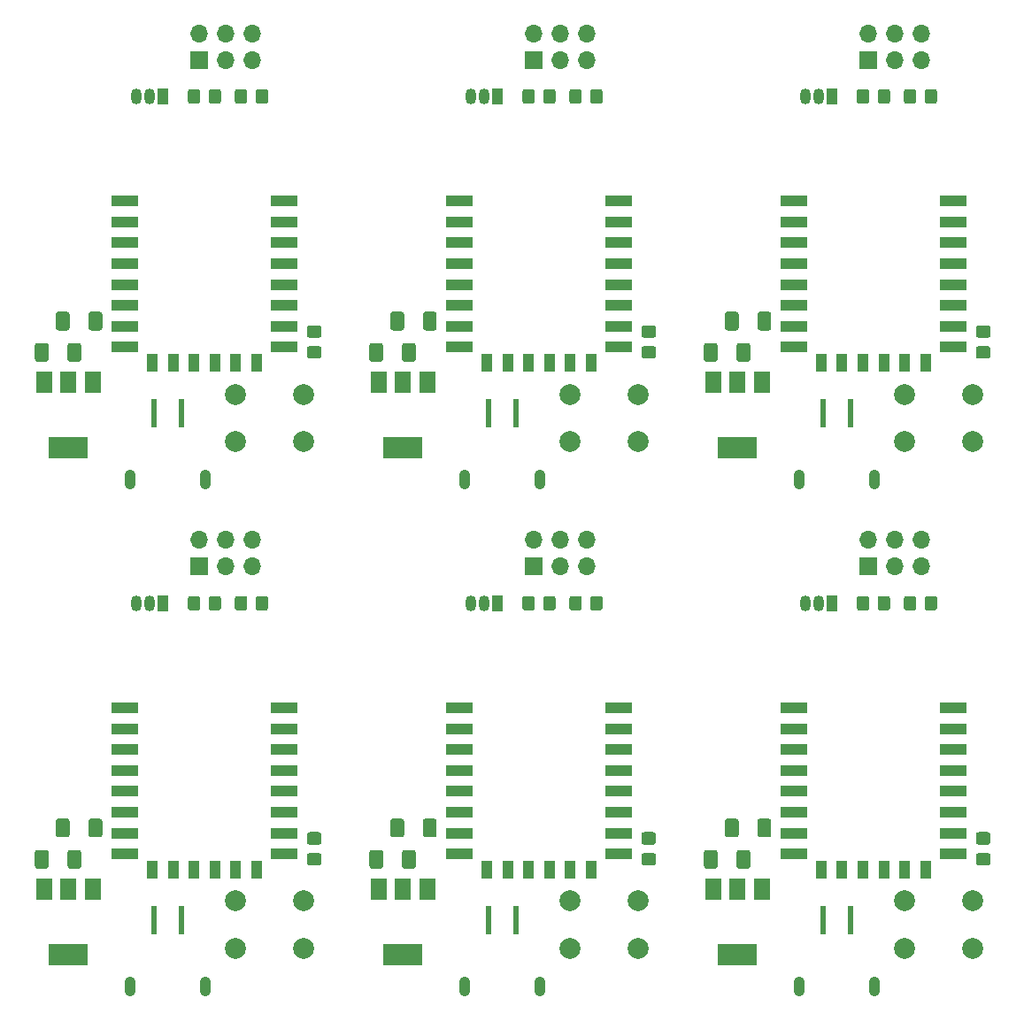
<source format=gbr>
G04 #@! TF.GenerationSoftware,KiCad,Pcbnew,(5.1.9)-1*
G04 #@! TF.CreationDate,2021-03-20T12:11:53+01:00*
G04 #@! TF.ProjectId,IM350,494d3335-302e-46b6-9963-61645f706362,rev?*
G04 #@! TF.SameCoordinates,Original*
G04 #@! TF.FileFunction,Soldermask,Top*
G04 #@! TF.FilePolarity,Negative*
%FSLAX46Y46*%
G04 Gerber Fmt 4.6, Leading zero omitted, Abs format (unit mm)*
G04 Created by KiCad (PCBNEW (5.1.9)-1) date 2021-03-20 12:11:53*
%MOMM*%
%LPD*%
G01*
G04 APERTURE LIST*
%ADD10O,1.700000X1.700000*%
%ADD11R,1.700000X1.700000*%
%ADD12C,2.000000*%
%ADD13R,1.050000X1.500000*%
%ADD14O,1.050000X1.500000*%
%ADD15R,0.600000X2.800000*%
%ADD16O,1.050000X1.900000*%
%ADD17R,1.500000X2.000000*%
%ADD18R,3.800000X2.000000*%
%ADD19R,2.500000X1.000000*%
%ADD20R,1.000000X1.800000*%
G04 APERTURE END LIST*
D10*
X75040000Y-41460000D03*
X75040000Y-44000000D03*
X72500000Y-41460000D03*
X72500000Y-44000000D03*
X69960000Y-41460000D03*
D11*
X69960000Y-44000000D03*
D10*
X75040000Y-89960000D03*
X75040000Y-92500000D03*
X72500000Y-89960000D03*
X72500000Y-92500000D03*
X69960000Y-89960000D03*
D11*
X69960000Y-92500000D03*
D10*
X107040000Y-89960000D03*
X107040000Y-92500000D03*
X104500000Y-89960000D03*
X104500000Y-92500000D03*
X101960000Y-89960000D03*
D11*
X101960000Y-92500000D03*
D10*
X107040000Y-41460000D03*
X107040000Y-44000000D03*
X104500000Y-41460000D03*
X104500000Y-44000000D03*
X101960000Y-41460000D03*
D11*
X101960000Y-44000000D03*
D10*
X139040000Y-41460000D03*
X139040000Y-44000000D03*
X136500000Y-41460000D03*
X136500000Y-44000000D03*
X133960000Y-41460000D03*
D11*
X133960000Y-44000000D03*
D10*
X139040000Y-89960000D03*
X139040000Y-92500000D03*
X136500000Y-89960000D03*
X136500000Y-92500000D03*
X133960000Y-89960000D03*
D11*
X133960000Y-92500000D03*
G36*
G01*
X121600000Y-68349999D02*
X121600000Y-69650001D01*
G75*
G02*
X121350001Y-69900000I-249999J0D01*
G01*
X120524999Y-69900000D01*
G75*
G02*
X120275000Y-69650001I0J249999D01*
G01*
X120275000Y-68349999D01*
G75*
G02*
X120524999Y-68100000I249999J0D01*
G01*
X121350001Y-68100000D01*
G75*
G02*
X121600000Y-68349999I0J-249999D01*
G01*
G37*
G36*
G01*
X124725000Y-68349999D02*
X124725000Y-69650001D01*
G75*
G02*
X124475001Y-69900000I-249999J0D01*
G01*
X123649999Y-69900000D01*
G75*
G02*
X123400000Y-69650001I0J249999D01*
G01*
X123400000Y-68349999D01*
G75*
G02*
X123649999Y-68100000I249999J0D01*
G01*
X124475001Y-68100000D01*
G75*
G02*
X124725000Y-68349999I0J-249999D01*
G01*
G37*
G36*
G01*
X119600000Y-71349999D02*
X119600000Y-72650001D01*
G75*
G02*
X119350001Y-72900000I-249999J0D01*
G01*
X118524999Y-72900000D01*
G75*
G02*
X118275000Y-72650001I0J249999D01*
G01*
X118275000Y-71349999D01*
G75*
G02*
X118524999Y-71100000I249999J0D01*
G01*
X119350001Y-71100000D01*
G75*
G02*
X119600000Y-71349999I0J-249999D01*
G01*
G37*
G36*
G01*
X122725000Y-71349999D02*
X122725000Y-72650001D01*
G75*
G02*
X122475001Y-72900000I-249999J0D01*
G01*
X121649999Y-72900000D01*
G75*
G02*
X121400000Y-72650001I0J249999D01*
G01*
X121400000Y-71349999D01*
G75*
G02*
X121649999Y-71100000I249999J0D01*
G01*
X122475001Y-71100000D01*
G75*
G02*
X122725000Y-71349999I0J-249999D01*
G01*
G37*
G36*
G01*
X145450001Y-121100000D02*
X144549999Y-121100000D01*
G75*
G02*
X144300000Y-120850001I0J249999D01*
G01*
X144300000Y-120149999D01*
G75*
G02*
X144549999Y-119900000I249999J0D01*
G01*
X145450001Y-119900000D01*
G75*
G02*
X145700000Y-120149999I0J-249999D01*
G01*
X145700000Y-120850001D01*
G75*
G02*
X145450001Y-121100000I-249999J0D01*
G01*
G37*
G36*
G01*
X145450001Y-119100000D02*
X144549999Y-119100000D01*
G75*
G02*
X144300000Y-118850001I0J249999D01*
G01*
X144300000Y-118149999D01*
G75*
G02*
X144549999Y-117900000I249999J0D01*
G01*
X145450001Y-117900000D01*
G75*
G02*
X145700000Y-118149999I0J-249999D01*
G01*
X145700000Y-118850001D01*
G75*
G02*
X145450001Y-119100000I-249999J0D01*
G01*
G37*
G36*
G01*
X136100000Y-95549999D02*
X136100000Y-96450001D01*
G75*
G02*
X135850001Y-96700000I-249999J0D01*
G01*
X135149999Y-96700000D01*
G75*
G02*
X134900000Y-96450001I0J249999D01*
G01*
X134900000Y-95549999D01*
G75*
G02*
X135149999Y-95300000I249999J0D01*
G01*
X135850001Y-95300000D01*
G75*
G02*
X136100000Y-95549999I0J-249999D01*
G01*
G37*
G36*
G01*
X134100000Y-95549999D02*
X134100000Y-96450001D01*
G75*
G02*
X133850001Y-96700000I-249999J0D01*
G01*
X133149999Y-96700000D01*
G75*
G02*
X132900000Y-96450001I0J249999D01*
G01*
X132900000Y-95549999D01*
G75*
G02*
X133149999Y-95300000I249999J0D01*
G01*
X133850001Y-95300000D01*
G75*
G02*
X134100000Y-95549999I0J-249999D01*
G01*
G37*
G36*
G01*
X140600000Y-95549999D02*
X140600000Y-96450001D01*
G75*
G02*
X140350001Y-96700000I-249999J0D01*
G01*
X139649999Y-96700000D01*
G75*
G02*
X139400000Y-96450001I0J249999D01*
G01*
X139400000Y-95549999D01*
G75*
G02*
X139649999Y-95300000I249999J0D01*
G01*
X140350001Y-95300000D01*
G75*
G02*
X140600000Y-95549999I0J-249999D01*
G01*
G37*
G36*
G01*
X138600000Y-95549999D02*
X138600000Y-96450001D01*
G75*
G02*
X138350001Y-96700000I-249999J0D01*
G01*
X137649999Y-96700000D01*
G75*
G02*
X137400000Y-96450001I0J249999D01*
G01*
X137400000Y-95549999D01*
G75*
G02*
X137649999Y-95300000I249999J0D01*
G01*
X138350001Y-95300000D01*
G75*
G02*
X138600000Y-95549999I0J-249999D01*
G01*
G37*
D12*
X144000000Y-124500000D03*
X144000000Y-129000000D03*
X137500000Y-124500000D03*
X137500000Y-129000000D03*
D13*
X130500000Y-47500000D03*
D14*
X127960000Y-47500000D03*
X129230000Y-47500000D03*
D15*
X129700000Y-77850000D03*
X132300000Y-77850000D03*
D16*
X127425000Y-84200000D03*
X134575000Y-84200000D03*
D17*
X123800000Y-123350000D03*
X119200000Y-123350000D03*
X121500000Y-123350000D03*
D18*
X121500000Y-129650000D03*
G36*
G01*
X124725000Y-116849999D02*
X124725000Y-118150001D01*
G75*
G02*
X124475001Y-118400000I-249999J0D01*
G01*
X123649999Y-118400000D01*
G75*
G02*
X123400000Y-118150001I0J249999D01*
G01*
X123400000Y-116849999D01*
G75*
G02*
X123649999Y-116600000I249999J0D01*
G01*
X124475001Y-116600000D01*
G75*
G02*
X124725000Y-116849999I0J-249999D01*
G01*
G37*
G36*
G01*
X121600000Y-116849999D02*
X121600000Y-118150001D01*
G75*
G02*
X121350001Y-118400000I-249999J0D01*
G01*
X120524999Y-118400000D01*
G75*
G02*
X120275000Y-118150001I0J249999D01*
G01*
X120275000Y-116849999D01*
G75*
G02*
X120524999Y-116600000I249999J0D01*
G01*
X121350001Y-116600000D01*
G75*
G02*
X121600000Y-116849999I0J-249999D01*
G01*
G37*
D16*
X134575000Y-132700000D03*
X127425000Y-132700000D03*
D15*
X132300000Y-126350000D03*
X129700000Y-126350000D03*
D14*
X129230000Y-96000000D03*
X127960000Y-96000000D03*
D13*
X130500000Y-96000000D03*
G36*
G01*
X134100000Y-47049999D02*
X134100000Y-47950001D01*
G75*
G02*
X133850001Y-48200000I-249999J0D01*
G01*
X133149999Y-48200000D01*
G75*
G02*
X132900000Y-47950001I0J249999D01*
G01*
X132900000Y-47049999D01*
G75*
G02*
X133149999Y-46800000I249999J0D01*
G01*
X133850001Y-46800000D01*
G75*
G02*
X134100000Y-47049999I0J-249999D01*
G01*
G37*
G36*
G01*
X136100000Y-47049999D02*
X136100000Y-47950001D01*
G75*
G02*
X135850001Y-48200000I-249999J0D01*
G01*
X135149999Y-48200000D01*
G75*
G02*
X134900000Y-47950001I0J249999D01*
G01*
X134900000Y-47049999D01*
G75*
G02*
X135149999Y-46800000I249999J0D01*
G01*
X135850001Y-46800000D01*
G75*
G02*
X136100000Y-47049999I0J-249999D01*
G01*
G37*
G36*
G01*
X122725000Y-119849999D02*
X122725000Y-121150001D01*
G75*
G02*
X122475001Y-121400000I-249999J0D01*
G01*
X121649999Y-121400000D01*
G75*
G02*
X121400000Y-121150001I0J249999D01*
G01*
X121400000Y-119849999D01*
G75*
G02*
X121649999Y-119600000I249999J0D01*
G01*
X122475001Y-119600000D01*
G75*
G02*
X122725000Y-119849999I0J-249999D01*
G01*
G37*
G36*
G01*
X119600000Y-119849999D02*
X119600000Y-121150001D01*
G75*
G02*
X119350001Y-121400000I-249999J0D01*
G01*
X118524999Y-121400000D01*
G75*
G02*
X118275000Y-121150001I0J249999D01*
G01*
X118275000Y-119849999D01*
G75*
G02*
X118524999Y-119600000I249999J0D01*
G01*
X119350001Y-119600000D01*
G75*
G02*
X119600000Y-119849999I0J-249999D01*
G01*
G37*
G36*
G01*
X145450001Y-70600000D02*
X144549999Y-70600000D01*
G75*
G02*
X144300000Y-70350001I0J249999D01*
G01*
X144300000Y-69649999D01*
G75*
G02*
X144549999Y-69400000I249999J0D01*
G01*
X145450001Y-69400000D01*
G75*
G02*
X145700000Y-69649999I0J-249999D01*
G01*
X145700000Y-70350001D01*
G75*
G02*
X145450001Y-70600000I-249999J0D01*
G01*
G37*
G36*
G01*
X145450001Y-72600000D02*
X144549999Y-72600000D01*
G75*
G02*
X144300000Y-72350001I0J249999D01*
G01*
X144300000Y-71649999D01*
G75*
G02*
X144549999Y-71400000I249999J0D01*
G01*
X145450001Y-71400000D01*
G75*
G02*
X145700000Y-71649999I0J-249999D01*
G01*
X145700000Y-72350001D01*
G75*
G02*
X145450001Y-72600000I-249999J0D01*
G01*
G37*
D18*
X121500000Y-81150000D03*
D17*
X121500000Y-74850000D03*
X119200000Y-74850000D03*
X123800000Y-74850000D03*
D19*
X126900000Y-57500000D03*
X126900000Y-59500000D03*
X126900000Y-61500000D03*
X126900000Y-63500000D03*
X126900000Y-65500000D03*
X126900000Y-67500000D03*
X126900000Y-69500000D03*
X126900000Y-71500000D03*
D20*
X129500000Y-73000000D03*
X131500000Y-73000000D03*
X133500000Y-73000000D03*
X135500000Y-73000000D03*
X137500000Y-73000000D03*
X139500000Y-73000000D03*
D19*
X142100000Y-71500000D03*
X142100000Y-69500000D03*
X142100000Y-67500000D03*
X142100000Y-65500000D03*
X142100000Y-63500000D03*
X142100000Y-61500000D03*
X142100000Y-59500000D03*
X142100000Y-57500000D03*
D12*
X137500000Y-80500000D03*
X137500000Y-76000000D03*
X144000000Y-80500000D03*
X144000000Y-76000000D03*
D19*
X142100000Y-106000000D03*
X142100000Y-108000000D03*
X142100000Y-110000000D03*
X142100000Y-112000000D03*
X142100000Y-114000000D03*
X142100000Y-116000000D03*
X142100000Y-118000000D03*
X142100000Y-120000000D03*
D20*
X139500000Y-121500000D03*
X137500000Y-121500000D03*
X135500000Y-121500000D03*
X133500000Y-121500000D03*
X131500000Y-121500000D03*
X129500000Y-121500000D03*
D19*
X126900000Y-120000000D03*
X126900000Y-118000000D03*
X126900000Y-116000000D03*
X126900000Y-114000000D03*
X126900000Y-112000000D03*
X126900000Y-110000000D03*
X126900000Y-108000000D03*
X126900000Y-106000000D03*
G36*
G01*
X138600000Y-47049999D02*
X138600000Y-47950001D01*
G75*
G02*
X138350001Y-48200000I-249999J0D01*
G01*
X137649999Y-48200000D01*
G75*
G02*
X137400000Y-47950001I0J249999D01*
G01*
X137400000Y-47049999D01*
G75*
G02*
X137649999Y-46800000I249999J0D01*
G01*
X138350001Y-46800000D01*
G75*
G02*
X138600000Y-47049999I0J-249999D01*
G01*
G37*
G36*
G01*
X140600000Y-47049999D02*
X140600000Y-47950001D01*
G75*
G02*
X140350001Y-48200000I-249999J0D01*
G01*
X139649999Y-48200000D01*
G75*
G02*
X139400000Y-47950001I0J249999D01*
G01*
X139400000Y-47049999D01*
G75*
G02*
X139649999Y-46800000I249999J0D01*
G01*
X140350001Y-46800000D01*
G75*
G02*
X140600000Y-47049999I0J-249999D01*
G01*
G37*
G36*
G01*
X92725000Y-68349999D02*
X92725000Y-69650001D01*
G75*
G02*
X92475001Y-69900000I-249999J0D01*
G01*
X91649999Y-69900000D01*
G75*
G02*
X91400000Y-69650001I0J249999D01*
G01*
X91400000Y-68349999D01*
G75*
G02*
X91649999Y-68100000I249999J0D01*
G01*
X92475001Y-68100000D01*
G75*
G02*
X92725000Y-68349999I0J-249999D01*
G01*
G37*
G36*
G01*
X89600000Y-68349999D02*
X89600000Y-69650001D01*
G75*
G02*
X89350001Y-69900000I-249999J0D01*
G01*
X88524999Y-69900000D01*
G75*
G02*
X88275000Y-69650001I0J249999D01*
G01*
X88275000Y-68349999D01*
G75*
G02*
X88524999Y-68100000I249999J0D01*
G01*
X89350001Y-68100000D01*
G75*
G02*
X89600000Y-68349999I0J-249999D01*
G01*
G37*
G36*
G01*
X90725000Y-71349999D02*
X90725000Y-72650001D01*
G75*
G02*
X90475001Y-72900000I-249999J0D01*
G01*
X89649999Y-72900000D01*
G75*
G02*
X89400000Y-72650001I0J249999D01*
G01*
X89400000Y-71349999D01*
G75*
G02*
X89649999Y-71100000I249999J0D01*
G01*
X90475001Y-71100000D01*
G75*
G02*
X90725000Y-71349999I0J-249999D01*
G01*
G37*
G36*
G01*
X87600000Y-71349999D02*
X87600000Y-72650001D01*
G75*
G02*
X87350001Y-72900000I-249999J0D01*
G01*
X86524999Y-72900000D01*
G75*
G02*
X86275000Y-72650001I0J249999D01*
G01*
X86275000Y-71349999D01*
G75*
G02*
X86524999Y-71100000I249999J0D01*
G01*
X87350001Y-71100000D01*
G75*
G02*
X87600000Y-71349999I0J-249999D01*
G01*
G37*
G36*
G01*
X113450001Y-119100000D02*
X112549999Y-119100000D01*
G75*
G02*
X112300000Y-118850001I0J249999D01*
G01*
X112300000Y-118149999D01*
G75*
G02*
X112549999Y-117900000I249999J0D01*
G01*
X113450001Y-117900000D01*
G75*
G02*
X113700000Y-118149999I0J-249999D01*
G01*
X113700000Y-118850001D01*
G75*
G02*
X113450001Y-119100000I-249999J0D01*
G01*
G37*
G36*
G01*
X113450001Y-121100000D02*
X112549999Y-121100000D01*
G75*
G02*
X112300000Y-120850001I0J249999D01*
G01*
X112300000Y-120149999D01*
G75*
G02*
X112549999Y-119900000I249999J0D01*
G01*
X113450001Y-119900000D01*
G75*
G02*
X113700000Y-120149999I0J-249999D01*
G01*
X113700000Y-120850001D01*
G75*
G02*
X113450001Y-121100000I-249999J0D01*
G01*
G37*
G36*
G01*
X102100000Y-95549999D02*
X102100000Y-96450001D01*
G75*
G02*
X101850001Y-96700000I-249999J0D01*
G01*
X101149999Y-96700000D01*
G75*
G02*
X100900000Y-96450001I0J249999D01*
G01*
X100900000Y-95549999D01*
G75*
G02*
X101149999Y-95300000I249999J0D01*
G01*
X101850001Y-95300000D01*
G75*
G02*
X102100000Y-95549999I0J-249999D01*
G01*
G37*
G36*
G01*
X104100000Y-95549999D02*
X104100000Y-96450001D01*
G75*
G02*
X103850001Y-96700000I-249999J0D01*
G01*
X103149999Y-96700000D01*
G75*
G02*
X102900000Y-96450001I0J249999D01*
G01*
X102900000Y-95549999D01*
G75*
G02*
X103149999Y-95300000I249999J0D01*
G01*
X103850001Y-95300000D01*
G75*
G02*
X104100000Y-95549999I0J-249999D01*
G01*
G37*
G36*
G01*
X106600000Y-95549999D02*
X106600000Y-96450001D01*
G75*
G02*
X106350001Y-96700000I-249999J0D01*
G01*
X105649999Y-96700000D01*
G75*
G02*
X105400000Y-96450001I0J249999D01*
G01*
X105400000Y-95549999D01*
G75*
G02*
X105649999Y-95300000I249999J0D01*
G01*
X106350001Y-95300000D01*
G75*
G02*
X106600000Y-95549999I0J-249999D01*
G01*
G37*
G36*
G01*
X108600000Y-95549999D02*
X108600000Y-96450001D01*
G75*
G02*
X108350001Y-96700000I-249999J0D01*
G01*
X107649999Y-96700000D01*
G75*
G02*
X107400000Y-96450001I0J249999D01*
G01*
X107400000Y-95549999D01*
G75*
G02*
X107649999Y-95300000I249999J0D01*
G01*
X108350001Y-95300000D01*
G75*
G02*
X108600000Y-95549999I0J-249999D01*
G01*
G37*
D12*
X105500000Y-129000000D03*
X105500000Y-124500000D03*
X112000000Y-129000000D03*
X112000000Y-124500000D03*
D14*
X97230000Y-47500000D03*
X95960000Y-47500000D03*
D13*
X98500000Y-47500000D03*
D16*
X102575000Y-84200000D03*
X95425000Y-84200000D03*
D15*
X100300000Y-77850000D03*
X97700000Y-77850000D03*
D18*
X89500000Y-129650000D03*
D17*
X89500000Y-123350000D03*
X87200000Y-123350000D03*
X91800000Y-123350000D03*
D19*
X94900000Y-106000000D03*
X94900000Y-108000000D03*
X94900000Y-110000000D03*
X94900000Y-112000000D03*
X94900000Y-114000000D03*
X94900000Y-116000000D03*
X94900000Y-118000000D03*
X94900000Y-120000000D03*
D20*
X97500000Y-121500000D03*
X99500000Y-121500000D03*
X101500000Y-121500000D03*
X103500000Y-121500000D03*
X105500000Y-121500000D03*
X107500000Y-121500000D03*
D19*
X110100000Y-120000000D03*
X110100000Y-118000000D03*
X110100000Y-116000000D03*
X110100000Y-114000000D03*
X110100000Y-112000000D03*
X110100000Y-110000000D03*
X110100000Y-108000000D03*
X110100000Y-106000000D03*
G36*
G01*
X89600000Y-116849999D02*
X89600000Y-118150001D01*
G75*
G02*
X89350001Y-118400000I-249999J0D01*
G01*
X88524999Y-118400000D01*
G75*
G02*
X88275000Y-118150001I0J249999D01*
G01*
X88275000Y-116849999D01*
G75*
G02*
X88524999Y-116600000I249999J0D01*
G01*
X89350001Y-116600000D01*
G75*
G02*
X89600000Y-116849999I0J-249999D01*
G01*
G37*
G36*
G01*
X92725000Y-116849999D02*
X92725000Y-118150001D01*
G75*
G02*
X92475001Y-118400000I-249999J0D01*
G01*
X91649999Y-118400000D01*
G75*
G02*
X91400000Y-118150001I0J249999D01*
G01*
X91400000Y-116849999D01*
G75*
G02*
X91649999Y-116600000I249999J0D01*
G01*
X92475001Y-116600000D01*
G75*
G02*
X92725000Y-116849999I0J-249999D01*
G01*
G37*
D13*
X98500000Y-96000000D03*
D14*
X95960000Y-96000000D03*
X97230000Y-96000000D03*
D15*
X97700000Y-126350000D03*
X100300000Y-126350000D03*
D16*
X95425000Y-132700000D03*
X102575000Y-132700000D03*
G36*
G01*
X87600000Y-119849999D02*
X87600000Y-121150001D01*
G75*
G02*
X87350001Y-121400000I-249999J0D01*
G01*
X86524999Y-121400000D01*
G75*
G02*
X86275000Y-121150001I0J249999D01*
G01*
X86275000Y-119849999D01*
G75*
G02*
X86524999Y-119600000I249999J0D01*
G01*
X87350001Y-119600000D01*
G75*
G02*
X87600000Y-119849999I0J-249999D01*
G01*
G37*
G36*
G01*
X90725000Y-119849999D02*
X90725000Y-121150001D01*
G75*
G02*
X90475001Y-121400000I-249999J0D01*
G01*
X89649999Y-121400000D01*
G75*
G02*
X89400000Y-121150001I0J249999D01*
G01*
X89400000Y-119849999D01*
G75*
G02*
X89649999Y-119600000I249999J0D01*
G01*
X90475001Y-119600000D01*
G75*
G02*
X90725000Y-119849999I0J-249999D01*
G01*
G37*
G36*
G01*
X113450001Y-72600000D02*
X112549999Y-72600000D01*
G75*
G02*
X112300000Y-72350001I0J249999D01*
G01*
X112300000Y-71649999D01*
G75*
G02*
X112549999Y-71400000I249999J0D01*
G01*
X113450001Y-71400000D01*
G75*
G02*
X113700000Y-71649999I0J-249999D01*
G01*
X113700000Y-72350001D01*
G75*
G02*
X113450001Y-72600000I-249999J0D01*
G01*
G37*
G36*
G01*
X113450001Y-70600000D02*
X112549999Y-70600000D01*
G75*
G02*
X112300000Y-70350001I0J249999D01*
G01*
X112300000Y-69649999D01*
G75*
G02*
X112549999Y-69400000I249999J0D01*
G01*
X113450001Y-69400000D01*
G75*
G02*
X113700000Y-69649999I0J-249999D01*
G01*
X113700000Y-70350001D01*
G75*
G02*
X113450001Y-70600000I-249999J0D01*
G01*
G37*
G36*
G01*
X104100000Y-47049999D02*
X104100000Y-47950001D01*
G75*
G02*
X103850001Y-48200000I-249999J0D01*
G01*
X103149999Y-48200000D01*
G75*
G02*
X102900000Y-47950001I0J249999D01*
G01*
X102900000Y-47049999D01*
G75*
G02*
X103149999Y-46800000I249999J0D01*
G01*
X103850001Y-46800000D01*
G75*
G02*
X104100000Y-47049999I0J-249999D01*
G01*
G37*
G36*
G01*
X102100000Y-47049999D02*
X102100000Y-47950001D01*
G75*
G02*
X101850001Y-48200000I-249999J0D01*
G01*
X101149999Y-48200000D01*
G75*
G02*
X100900000Y-47950001I0J249999D01*
G01*
X100900000Y-47049999D01*
G75*
G02*
X101149999Y-46800000I249999J0D01*
G01*
X101850001Y-46800000D01*
G75*
G02*
X102100000Y-47049999I0J-249999D01*
G01*
G37*
G36*
G01*
X108600000Y-47049999D02*
X108600000Y-47950001D01*
G75*
G02*
X108350001Y-48200000I-249999J0D01*
G01*
X107649999Y-48200000D01*
G75*
G02*
X107400000Y-47950001I0J249999D01*
G01*
X107400000Y-47049999D01*
G75*
G02*
X107649999Y-46800000I249999J0D01*
G01*
X108350001Y-46800000D01*
G75*
G02*
X108600000Y-47049999I0J-249999D01*
G01*
G37*
G36*
G01*
X106600000Y-47049999D02*
X106600000Y-47950001D01*
G75*
G02*
X106350001Y-48200000I-249999J0D01*
G01*
X105649999Y-48200000D01*
G75*
G02*
X105400000Y-47950001I0J249999D01*
G01*
X105400000Y-47049999D01*
G75*
G02*
X105649999Y-46800000I249999J0D01*
G01*
X106350001Y-46800000D01*
G75*
G02*
X106600000Y-47049999I0J-249999D01*
G01*
G37*
D17*
X91800000Y-74850000D03*
X87200000Y-74850000D03*
X89500000Y-74850000D03*
D18*
X89500000Y-81150000D03*
D19*
X110100000Y-57500000D03*
X110100000Y-59500000D03*
X110100000Y-61500000D03*
X110100000Y-63500000D03*
X110100000Y-65500000D03*
X110100000Y-67500000D03*
X110100000Y-69500000D03*
X110100000Y-71500000D03*
D20*
X107500000Y-73000000D03*
X105500000Y-73000000D03*
X103500000Y-73000000D03*
X101500000Y-73000000D03*
X99500000Y-73000000D03*
X97500000Y-73000000D03*
D19*
X94900000Y-71500000D03*
X94900000Y-69500000D03*
X94900000Y-67500000D03*
X94900000Y-65500000D03*
X94900000Y-63500000D03*
X94900000Y-61500000D03*
X94900000Y-59500000D03*
X94900000Y-57500000D03*
D12*
X112000000Y-76000000D03*
X112000000Y-80500000D03*
X105500000Y-76000000D03*
X105500000Y-80500000D03*
G36*
G01*
X60725000Y-116849999D02*
X60725000Y-118150001D01*
G75*
G02*
X60475001Y-118400000I-249999J0D01*
G01*
X59649999Y-118400000D01*
G75*
G02*
X59400000Y-118150001I0J249999D01*
G01*
X59400000Y-116849999D01*
G75*
G02*
X59649999Y-116600000I249999J0D01*
G01*
X60475001Y-116600000D01*
G75*
G02*
X60725000Y-116849999I0J-249999D01*
G01*
G37*
G36*
G01*
X57600000Y-116849999D02*
X57600000Y-118150001D01*
G75*
G02*
X57350001Y-118400000I-249999J0D01*
G01*
X56524999Y-118400000D01*
G75*
G02*
X56275000Y-118150001I0J249999D01*
G01*
X56275000Y-116849999D01*
G75*
G02*
X56524999Y-116600000I249999J0D01*
G01*
X57350001Y-116600000D01*
G75*
G02*
X57600000Y-116849999I0J-249999D01*
G01*
G37*
G36*
G01*
X58725000Y-119849999D02*
X58725000Y-121150001D01*
G75*
G02*
X58475001Y-121400000I-249999J0D01*
G01*
X57649999Y-121400000D01*
G75*
G02*
X57400000Y-121150001I0J249999D01*
G01*
X57400000Y-119849999D01*
G75*
G02*
X57649999Y-119600000I249999J0D01*
G01*
X58475001Y-119600000D01*
G75*
G02*
X58725000Y-119849999I0J-249999D01*
G01*
G37*
G36*
G01*
X55600000Y-119849999D02*
X55600000Y-121150001D01*
G75*
G02*
X55350001Y-121400000I-249999J0D01*
G01*
X54524999Y-121400000D01*
G75*
G02*
X54275000Y-121150001I0J249999D01*
G01*
X54275000Y-119849999D01*
G75*
G02*
X54524999Y-119600000I249999J0D01*
G01*
X55350001Y-119600000D01*
G75*
G02*
X55600000Y-119849999I0J-249999D01*
G01*
G37*
D14*
X65230000Y-96000000D03*
X63960000Y-96000000D03*
D13*
X66500000Y-96000000D03*
D16*
X70575000Y-132700000D03*
X63425000Y-132700000D03*
D15*
X68300000Y-126350000D03*
X65700000Y-126350000D03*
G36*
G01*
X81450001Y-121100000D02*
X80549999Y-121100000D01*
G75*
G02*
X80300000Y-120850001I0J249999D01*
G01*
X80300000Y-120149999D01*
G75*
G02*
X80549999Y-119900000I249999J0D01*
G01*
X81450001Y-119900000D01*
G75*
G02*
X81700000Y-120149999I0J-249999D01*
G01*
X81700000Y-120850001D01*
G75*
G02*
X81450001Y-121100000I-249999J0D01*
G01*
G37*
G36*
G01*
X81450001Y-119100000D02*
X80549999Y-119100000D01*
G75*
G02*
X80300000Y-118850001I0J249999D01*
G01*
X80300000Y-118149999D01*
G75*
G02*
X80549999Y-117900000I249999J0D01*
G01*
X81450001Y-117900000D01*
G75*
G02*
X81700000Y-118149999I0J-249999D01*
G01*
X81700000Y-118850001D01*
G75*
G02*
X81450001Y-119100000I-249999J0D01*
G01*
G37*
G36*
G01*
X72100000Y-95549999D02*
X72100000Y-96450001D01*
G75*
G02*
X71850001Y-96700000I-249999J0D01*
G01*
X71149999Y-96700000D01*
G75*
G02*
X70900000Y-96450001I0J249999D01*
G01*
X70900000Y-95549999D01*
G75*
G02*
X71149999Y-95300000I249999J0D01*
G01*
X71850001Y-95300000D01*
G75*
G02*
X72100000Y-95549999I0J-249999D01*
G01*
G37*
G36*
G01*
X70100000Y-95549999D02*
X70100000Y-96450001D01*
G75*
G02*
X69850001Y-96700000I-249999J0D01*
G01*
X69149999Y-96700000D01*
G75*
G02*
X68900000Y-96450001I0J249999D01*
G01*
X68900000Y-95549999D01*
G75*
G02*
X69149999Y-95300000I249999J0D01*
G01*
X69850001Y-95300000D01*
G75*
G02*
X70100000Y-95549999I0J-249999D01*
G01*
G37*
G36*
G01*
X76600000Y-95549999D02*
X76600000Y-96450001D01*
G75*
G02*
X76350001Y-96700000I-249999J0D01*
G01*
X75649999Y-96700000D01*
G75*
G02*
X75400000Y-96450001I0J249999D01*
G01*
X75400000Y-95549999D01*
G75*
G02*
X75649999Y-95300000I249999J0D01*
G01*
X76350001Y-95300000D01*
G75*
G02*
X76600000Y-95549999I0J-249999D01*
G01*
G37*
G36*
G01*
X74600000Y-95549999D02*
X74600000Y-96450001D01*
G75*
G02*
X74350001Y-96700000I-249999J0D01*
G01*
X73649999Y-96700000D01*
G75*
G02*
X73400000Y-96450001I0J249999D01*
G01*
X73400000Y-95549999D01*
G75*
G02*
X73649999Y-95300000I249999J0D01*
G01*
X74350001Y-95300000D01*
G75*
G02*
X74600000Y-95549999I0J-249999D01*
G01*
G37*
D17*
X59800000Y-123350000D03*
X55200000Y-123350000D03*
X57500000Y-123350000D03*
D18*
X57500000Y-129650000D03*
D19*
X78100000Y-106000000D03*
X78100000Y-108000000D03*
X78100000Y-110000000D03*
X78100000Y-112000000D03*
X78100000Y-114000000D03*
X78100000Y-116000000D03*
X78100000Y-118000000D03*
X78100000Y-120000000D03*
D20*
X75500000Y-121500000D03*
X73500000Y-121500000D03*
X71500000Y-121500000D03*
X69500000Y-121500000D03*
X67500000Y-121500000D03*
X65500000Y-121500000D03*
D19*
X62900000Y-120000000D03*
X62900000Y-118000000D03*
X62900000Y-116000000D03*
X62900000Y-114000000D03*
X62900000Y-112000000D03*
X62900000Y-110000000D03*
X62900000Y-108000000D03*
X62900000Y-106000000D03*
D12*
X80000000Y-124500000D03*
X80000000Y-129000000D03*
X73500000Y-124500000D03*
X73500000Y-129000000D03*
D13*
X66500000Y-47500000D03*
D14*
X63960000Y-47500000D03*
X65230000Y-47500000D03*
G36*
G01*
X57600000Y-68349999D02*
X57600000Y-69650001D01*
G75*
G02*
X57350001Y-69900000I-249999J0D01*
G01*
X56524999Y-69900000D01*
G75*
G02*
X56275000Y-69650001I0J249999D01*
G01*
X56275000Y-68349999D01*
G75*
G02*
X56524999Y-68100000I249999J0D01*
G01*
X57350001Y-68100000D01*
G75*
G02*
X57600000Y-68349999I0J-249999D01*
G01*
G37*
G36*
G01*
X60725000Y-68349999D02*
X60725000Y-69650001D01*
G75*
G02*
X60475001Y-69900000I-249999J0D01*
G01*
X59649999Y-69900000D01*
G75*
G02*
X59400000Y-69650001I0J249999D01*
G01*
X59400000Y-68349999D01*
G75*
G02*
X59649999Y-68100000I249999J0D01*
G01*
X60475001Y-68100000D01*
G75*
G02*
X60725000Y-68349999I0J-249999D01*
G01*
G37*
G36*
G01*
X55600000Y-71349999D02*
X55600000Y-72650001D01*
G75*
G02*
X55350001Y-72900000I-249999J0D01*
G01*
X54524999Y-72900000D01*
G75*
G02*
X54275000Y-72650001I0J249999D01*
G01*
X54275000Y-71349999D01*
G75*
G02*
X54524999Y-71100000I249999J0D01*
G01*
X55350001Y-71100000D01*
G75*
G02*
X55600000Y-71349999I0J-249999D01*
G01*
G37*
G36*
G01*
X58725000Y-71349999D02*
X58725000Y-72650001D01*
G75*
G02*
X58475001Y-72900000I-249999J0D01*
G01*
X57649999Y-72900000D01*
G75*
G02*
X57400000Y-72650001I0J249999D01*
G01*
X57400000Y-71349999D01*
G75*
G02*
X57649999Y-71100000I249999J0D01*
G01*
X58475001Y-71100000D01*
G75*
G02*
X58725000Y-71349999I0J-249999D01*
G01*
G37*
D15*
X65700000Y-77850000D03*
X68300000Y-77850000D03*
D16*
X63425000Y-84200000D03*
X70575000Y-84200000D03*
G36*
G01*
X81450001Y-70600000D02*
X80549999Y-70600000D01*
G75*
G02*
X80300000Y-70350001I0J249999D01*
G01*
X80300000Y-69649999D01*
G75*
G02*
X80549999Y-69400000I249999J0D01*
G01*
X81450001Y-69400000D01*
G75*
G02*
X81700000Y-69649999I0J-249999D01*
G01*
X81700000Y-70350001D01*
G75*
G02*
X81450001Y-70600000I-249999J0D01*
G01*
G37*
G36*
G01*
X81450001Y-72600000D02*
X80549999Y-72600000D01*
G75*
G02*
X80300000Y-72350001I0J249999D01*
G01*
X80300000Y-71649999D01*
G75*
G02*
X80549999Y-71400000I249999J0D01*
G01*
X81450001Y-71400000D01*
G75*
G02*
X81700000Y-71649999I0J-249999D01*
G01*
X81700000Y-72350001D01*
G75*
G02*
X81450001Y-72600000I-249999J0D01*
G01*
G37*
G36*
G01*
X74600000Y-47049999D02*
X74600000Y-47950001D01*
G75*
G02*
X74350001Y-48200000I-249999J0D01*
G01*
X73649999Y-48200000D01*
G75*
G02*
X73400000Y-47950001I0J249999D01*
G01*
X73400000Y-47049999D01*
G75*
G02*
X73649999Y-46800000I249999J0D01*
G01*
X74350001Y-46800000D01*
G75*
G02*
X74600000Y-47049999I0J-249999D01*
G01*
G37*
G36*
G01*
X76600000Y-47049999D02*
X76600000Y-47950001D01*
G75*
G02*
X76350001Y-48200000I-249999J0D01*
G01*
X75649999Y-48200000D01*
G75*
G02*
X75400000Y-47950001I0J249999D01*
G01*
X75400000Y-47049999D01*
G75*
G02*
X75649999Y-46800000I249999J0D01*
G01*
X76350001Y-46800000D01*
G75*
G02*
X76600000Y-47049999I0J-249999D01*
G01*
G37*
G36*
G01*
X70100000Y-47049999D02*
X70100000Y-47950001D01*
G75*
G02*
X69850001Y-48200000I-249999J0D01*
G01*
X69149999Y-48200000D01*
G75*
G02*
X68900000Y-47950001I0J249999D01*
G01*
X68900000Y-47049999D01*
G75*
G02*
X69149999Y-46800000I249999J0D01*
G01*
X69850001Y-46800000D01*
G75*
G02*
X70100000Y-47049999I0J-249999D01*
G01*
G37*
G36*
G01*
X72100000Y-47049999D02*
X72100000Y-47950001D01*
G75*
G02*
X71850001Y-48200000I-249999J0D01*
G01*
X71149999Y-48200000D01*
G75*
G02*
X70900000Y-47950001I0J249999D01*
G01*
X70900000Y-47049999D01*
G75*
G02*
X71149999Y-46800000I249999J0D01*
G01*
X71850001Y-46800000D01*
G75*
G02*
X72100000Y-47049999I0J-249999D01*
G01*
G37*
D19*
X62900000Y-57500000D03*
X62900000Y-59500000D03*
X62900000Y-61500000D03*
X62900000Y-63500000D03*
X62900000Y-65500000D03*
X62900000Y-67500000D03*
X62900000Y-69500000D03*
X62900000Y-71500000D03*
D20*
X65500000Y-73000000D03*
X67500000Y-73000000D03*
X69500000Y-73000000D03*
X71500000Y-73000000D03*
X73500000Y-73000000D03*
X75500000Y-73000000D03*
D19*
X78100000Y-71500000D03*
X78100000Y-69500000D03*
X78100000Y-67500000D03*
X78100000Y-65500000D03*
X78100000Y-63500000D03*
X78100000Y-61500000D03*
X78100000Y-59500000D03*
X78100000Y-57500000D03*
D12*
X73500000Y-80500000D03*
X73500000Y-76000000D03*
X80000000Y-80500000D03*
X80000000Y-76000000D03*
D18*
X57500000Y-81150000D03*
D17*
X57500000Y-74850000D03*
X55200000Y-74850000D03*
X59800000Y-74850000D03*
M02*

</source>
